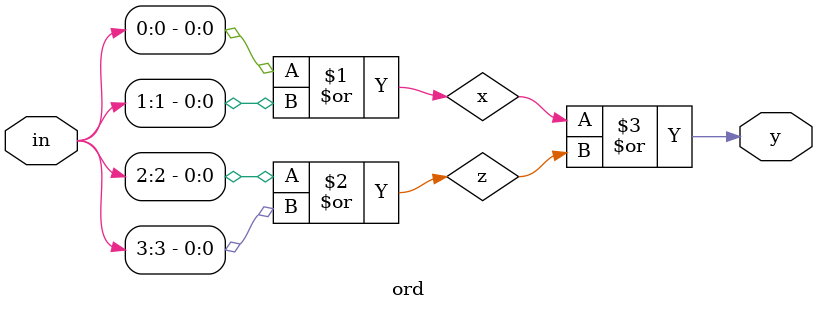
<source format=v>
module s_box(
  input wire [7:0]plain_data,
  output wire [7:0]swapped_data
);
 wire [3:0]a,b;
 wire [3:0]A,B;
 wire [3:0]mux1in1,mux2in1;
 wire mux1sel,mux2sel;

  mux f1(mux1in1,a,mux1sel1,B);
  ord f2(b,mux1sel1); 
  mux f3(mux2in1,b,mux2sel, A);
  ord f4(B,mux2sel);
  gfmult f5(a,b,mux1in1);  //GF multiplication
  gfmult f6(b,B,mux2in1); // GF multiplication     
 

 assign a = plain_data[7:4];
 assign b = plain_data[3:0];          
 assign swapped_data = {A,B}^ 8'b01 ;

endmodule 

// 2:1 mux 4 bit 
module mux(
 input wire [3:0]in1,in0,
 input wire s,
 output wire [3:0]y);

assign y = s ? in1 : in0;
endmodule 

// an or operation fo the given 4 bit input 
module ord(
 input wire [3:0]in,
 output wire y);
wire x,z;

assign x = in[0] | in[1];
assign z = in[2] | in[3];
assign y = x | z;
endmodule 

</source>
